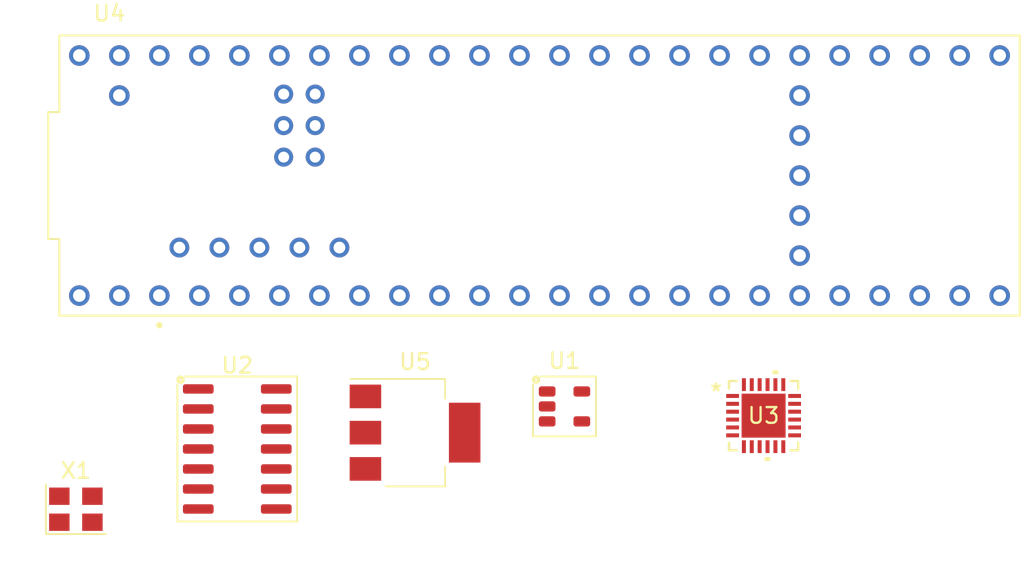
<source format=kicad_pcb>
(kicad_pcb (version 20221018) (generator pcbnew)
  (layers (0 "F.Cu" signal) (31 "B.Cu" signal) (34 "B.Paste" user) (35 "F.Paste" user) (36 "B.SilkS" user "B.Silkscreen") (37 "F.SilkS" user "F.Silkscreen") (38 "B.Mask" user) (39 "F.Mask" user) (44 "Edge.Cuts" user))
  (net 0 "")
  (net 1 "/low pass filter/IN")
  (net 2 "GND")
  (net 3 "Net-(U1-+)")
  (net 4 "Net-(U1--)")
  (net 5 "+3.3VA")
  (net 6 "Net-(U2A--)")
  (net 7 "Net-(U2A-+)")
  (net 8 "Net-(U2B-+)")
  (net 9 "Net-(U2B--)")
  (net 10 "Net-(U2C--)")
  (net 11 "Net-(U2C-+)")
  (net 12 "Net-(U2D-+)")
  (net 13 "/adc/IN_1_B")
  (net 14 "Net-(U3-AREG)")
  (net 15 "Net-(U3-VREF)")
  (net 16 "Net-(U3-MICBIAS)")
  (net 17 "/adc/IN1P")
  (net 18 "/adc/IN1M")
  (net 19 "/adc/IN2P")
  (net 20 "/adc/IN2M")
  (net 21 "/adc/IN3P")
  (net 22 "/adc/IN3M")
  (net 23 "/adc/IN4P")
  (net 25 "/adc/SHDNZ")
  (net 26 "/adc/ADDR1")
  (net 27 "/adc/ADDR0")
  (net 28 "/adc/SCL")
  (net 29 "/adc/SDA")
  (net 30 "+3.3VD")
  (net 31 "/adc/MCLK")
  (net 32 "/adc/SDOUT")
  (net 33 "/adc/BCLK")
  (net 34 "/adc/FSYNC")
  (net 35 "Net-(U3-DREG)")
  (net 36 "Net-(U4-GND-PadGND1)")
  (net 39 "Net-(U4-3.3V-Pad3.3V_1)")
  (net 48 "+5V")
  (net 51 "Net-(U4-USB_GND-PadUSB_GND1)")
  (net 94 "Net-(X1-EN)")
  (net 95 "Net-(X1-OUT)")
  (footprint "TLV320ADC5140:RTW24_4P15X4P15_TEX" (layer "F.Cu") (at 149.352 80.518)
    (fp_text reference "U3" (at 0 0 unlocked) (layer "F.SilkS"))
    (fp_text value "XLV320ADC5140IRTWR")
    (fp_text user "*" (at -3.0099 -1.5 unlocked) (layer "F.SilkS"))
    (fp_text user "*" (at -3.0099 -1.5) (layer "F.SilkS"))
    (fp_line (start -2.1971 -2.1971) (end -2.1971 -1.70974) (stroke (width 0.1524)) (layer "F.SilkS"))
    (fp_line (start -2.1971 1.70974) (end -2.1971 2.1971) (stroke (width 0.1524)) (layer "F.SilkS"))
    (fp_line (start -2.1971 2.1971) (end -1.70974 2.1971) (stroke (width 0.1524)) (layer "F.SilkS"))
    (fp_line (start -1.70974 -2.1971) (end -2.1971 -2.1971) (stroke (width 0.1524)) (layer "F.SilkS"))
    (fp_line (start 1.70974 2.1971) (end 2.1971 2.1971) (stroke (width 0.1524)) (layer "F.SilkS"))
    (fp_line (start 2.1971 -2.1971) (end 1.70974 -2.1971) (stroke (width 0.1524)) (layer "F.SilkS"))
    (fp_line (start 2.1971 -1.70974) (end 2.1971 -2.1971) (stroke (width 0.1524)) (layer "F.SilkS"))
    (fp_line (start 2.1971 2.1971) (end 2.1971 1.70974) (stroke (width 0.1524)) (layer "F.SilkS"))
    (fp_poly (pts (xy 0.059499 2.6289) (xy 0.059499 2.8829) (xy 0.4405 2.8829) (xy 0.4405 2.6289)) (fill solid) (layer "F.SilkS"))
    (fp_poly (pts (xy 0.559501 -2.6289) (xy 0.559501 -2.8829) (xy 0.940501 -2.8829) (xy 0.940501 -2.6289)) (fill solid) (layer "F.SilkS"))
    (pad "1" smd rect (at -1.9685 -1.25 90) (size 0.254 0.8128) (layers "F.Cu" "F.Paste" "F.Mask") (net 5 "+3.3VA"))
    (pad "2" smd rect (at -1.9685 -0.750001 90) (size 0.254 0.8128) (layers "F.Cu" "F.Paste" "F.Mask") (net 14 "Net-(U3-AREG)"))
    (pad "3" smd rect (at -1.9685 -0.25 90) (size 0.254 0.8128) (layers "F.Cu" "F.Paste" "F.Mask") (net 15 "Net-(U3-VREF)"))
    (pad "4" smd rect (at -1.9685 0.25 90) (size 0.254 0.8128) (layers "F.Cu" "F.Paste" "F.Mask") (net 2 "GND"))
    (pad "5" smd rect (at -1.9685 0.750001 90) (size 0.254 0.8128) (layers "F.Cu" "F.Paste" "F.Mask") (net 16 "Net-(U3-MICBIAS)"))
    (pad "6" smd rect (at -1.9685 1.25 90) (size 0.254 0.8128) (layers "F.Cu" "F.Paste" "F.Mask") (net 17 "/adc/IN1P"))
    (pad "7" smd rect (at -1.25 1.9685) (size 0.254 0.8128) (layers "F.Cu" "F.Paste" "F.Mask") (net 18 "/adc/IN1M"))
    (pad "8" smd rect (at -0.750001 1.9685) (size 0.254 0.8128) (layers "F.Cu" "F.Paste" "F.Mask") (net 19 "/adc/IN2P"))
    (pad "9" smd rect (at -0.25 1.9685) (size 0.254 0.8128) (layers "F.Cu" "F.Paste" "F.Mask") (net 20 "/adc/IN2M"))
    (pad "10" smd rect (at 0.25 1.9685) (size 0.254 0.8128) (layers "F.Cu" "F.Paste" "F.Mask") (net 21 "/adc/IN3P"))
    (pad "11" smd rect (at 0.750001 1.9685) (size 0.254 0.8128) (layers "F.Cu" "F.Paste" "F.Mask") (net 22 "/adc/IN3M"))
    (pad "12" smd rect (at 1.25 1.9685) (size 0.254 0.8128) (layers "F.Cu" "F.Paste" "F.Mask") (net 23 "/adc/IN4P"))
    (pad "13" smd rect (at 1.9685 1.25 90) (size 0.254 0.8128) (layers "F.Cu" "F.Paste" "F.Mask"))
    (pad "14" smd rect (at 1.9685 0.750001 90) (size 0.254 0.8128) (layers "F.Cu" "F.Paste" "F.Mask") (net 25 "/adc/SHDNZ"))
    (pad "15" smd rect (at 1.9685 0.25 90) (size 0.254 0.8128) (layers "F.Cu" "F.Paste" "F.Mask") (net 26 "/adc/ADDR1"))
    (pad "16" smd rect (at 1.9685 -0.25 90) (size 0.254 0.8128) (layers "F.Cu" "F.Paste" "F.Mask") (net 27 "/adc/ADDR0"))
    (pad "17" smd rect (at 1.9685 -0.750001 90) (size 0.254 0.8128) (layers "F.Cu" "F.Paste" "F.Mask") (net 28 "/adc/SCL"))
    (pad "18" smd rect (at 1.9685 -1.25 90) (size 0.254 0.8128) (layers "F.Cu" "F.Paste" "F.Mask") (net 29 "/adc/SDA"))
    (pad "19" smd rect (at 1.25 -1.9685) (size 0.254 0.8128) (layers "F.Cu" "F.Paste" "F.Mask") (net 30 "+3.3VD"))
    (pad "20" smd rect (at 0.750001 -1.9685) (size 0.254 0.8128) (layers "F.Cu" "F.Paste" "F.Mask") (net 31 "/adc/MCLK"))
    (pad "21" smd rect (at 0.25 -1.9685) (size 0.254 0.8128) (layers "F.Cu" "F.Paste" "F.Mask") (net 32 "/adc/SDOUT"))
    (pad "22" smd rect (at -0.25 -1.9685) (size 0.254 0.8128) (layers "F.Cu" "F.Paste" "F.Mask") (net 33 "/adc/BCLK"))
    (pad "23" smd rect (at -0.750001 -1.9685) (size 0.254 0.8128) (layers "F.Cu" "F.Paste" "F.Mask") (net 34 "/adc/FSYNC"))
    (pad "24" smd rect (at -1.25 -1.9685) (size 0.254 0.8128) (layers "F.Cu" "F.Paste" "F.Mask") (net 35 "Net-(U3-DREG)"))
    (pad "25" smd rect (at 0 0) (size 2.794 2.794) (layers "F.Cu" "F.Mask") (net 2 "GND"))
  )
  (footprint "Oscillator:Oscillator_SMD_Abracon_ASE-4Pin_3.2x2.5mm" (layer "F.Cu") (at 105.698 86.458)
    (fp_text reference "X1" (at 0 -2.45) (layer "F.SilkS"))
    (fp_text value "ASE-xxxMHz")
    (fp_line (start -1.9 -1.575) (end -1.9 1.575) (stroke (width 0.12)) (layer "F.SilkS"))
    (fp_line (start -1.9 1.575) (end 1.9 1.575) (stroke (width 0.12)) (layer "F.SilkS"))
    (pad "1" smd rect (at -1.05 0.825) (size 1.3 1.1) (layers "F.Cu" "F.Paste" "F.Mask") (net 94 "Net-(X1-EN)"))
    (pad "2" smd rect (at 1.05 0.825) (size 1.3 1.1) (layers "F.Cu" "F.Paste" "F.Mask") (net 2 "GND"))
    (pad "3" smd rect (at 1.05 -0.825) (size 1.3 1.1) (layers "F.Cu" "F.Paste" "F.Mask") (net 95 "Net-(X1-OUT)"))
    (pad "4" smd rect (at -1.05 -0.825) (size 1.3 1.1) (layers "F.Cu" "F.Paste" "F.Mask") (net 30 "+3.3VD"))
  )
  (footprint "DEV-16771:MODULE_DEV-16771" (layer "F.Cu") (at 135.128 65.278)
    (fp_text reference "U4" (at -27.305 -10.295) (layer "F.SilkS"))
    (fp_text value "DEV-16771")
    (fp_line (start -31.18 4.03) (end -31.18 -4.03) (stroke (width 0.127)) (layer "F.SilkS"))
    (fp_line (start -30.48 -8.89) (end -30.48 -4.03) (stroke (width 0.127)) (layer "F.SilkS"))
    (fp_line (start -30.48 -8.89) (end 30.48 -8.89) (stroke (width 0.127)) (layer "F.SilkS"))
    (fp_line (start -30.48 -4.03) (end -31.18 -4.03) (stroke (width 0.127)) (layer "F.SilkS"))
    (fp_line (start -30.48 4.03) (end -31.18 4.03) (stroke (width 0.127)) (layer "F.SilkS"))
    (fp_line (start -30.48 8.89) (end -30.48 4.03) (stroke (width 0.127)) (layer "F.SilkS"))
    (fp_line (start 30.48 -8.89) (end 30.48 8.89) (stroke (width 0.127)) (layer "F.SilkS"))
    (fp_line (start 30.48 8.89) (end -30.48 8.89) (stroke (width 0.127)) (layer "F.SilkS"))
    (fp_circle (center -24.13 9.5) (end -24.03 9.5) (stroke (width 0.2)) (fill none) (layer "F.SilkS"))
    (pad "0" thru_hole circle (at -26.67 7.62) (size 1.308 1.308) (drill 0.8) (layers "*.Cu" "*.Mask"))
    (pad "1" thru_hole circle (at -24.13 7.62) (size 1.308 1.308) (drill 0.8) (layers "*.Cu" "*.Mask"))
    (pad "2" thru_hole circle (at -21.59 7.62) (size 1.308 1.308) (drill 0.8) (layers "*.Cu" "*.Mask"))
    (pad "3" thru_hole circle (at -19.05 7.62) (size 1.308 1.308) (drill 0.8) (layers "*.Cu" "*.Mask"))
    (pad "3.3V_1" thru_hole circle (at 6.35 7.62) (size 1.308 1.308) (drill 0.8) (layers "*.Cu" "*.Mask") (net 39 "Net-(U4-3.3V-Pad3.3V_1)"))
    (pad "3.3V_2" thru_hole circle (at -24.13 -7.62) (size 1.308 1.308) (drill 0.8) (layers "*.Cu" "*.Mask") (net 39 "Net-(U4-3.3V-Pad3.3V_1)"))
    (pad "3.3V_3" thru_hole circle (at 16.51 2.54) (size 1.308 1.308) (drill 0.8) (layers "*.Cu" "*.Mask") (net 39 "Net-(U4-3.3V-Pad3.3V_1)"))
    (pad "4" thru_hole circle (at -16.51 7.62) (size 1.308 1.308) (drill 0.8) (layers "*.Cu" "*.Mask"))
    (pad "5" thru_hole circle (at -13.97 7.62) (size 1.308 1.308) (drill 0.8) (layers "*.Cu" "*.Mask"))
    (pad "5V" thru_hole circle (at -22.86 4.57) (size 1.258 1.258) (drill 0.75) (layers "*.Cu" "*.Mask") (net 48 "+5V"))
    (pad "6" thru_hole circle (at -11.43 7.62) (size 1.308 1.308) (drill 0.8) (layers "*.Cu" "*.Mask"))
    (pad "7" thru_hole circle (at -8.89 7.62) (size 1.308 1.308) (drill 0.8) (layers "*.Cu" "*.Mask"))
    (pad "8" thru_hole circle (at -6.35 7.62) (size 1.308 1.308) (drill 0.8) (layers "*.Cu" "*.Mask"))
    (pad "9" thru_hole circle (at -3.81 7.62) (size 1.308 1.308) (drill 0.8) (layers "*.Cu" "*.Mask"))
    (pad "10" thru_hole circle (at -1.27 7.62) (size 1.308 1.308) (drill 0.8) (layers "*.Cu" "*.Mask"))
    (pad "11" thru_hole circle (at 1.27 7.62) (size 1.308 1.308) (drill 0.8) (layers "*.Cu" "*.Mask"))
    (pad "12" thru_hole circle (at 3.81 7.62) (size 1.308 1.308) (drill 0.8) (layers "*.Cu" "*.Mask"))
    (pad "13" thru_hole circle (at 3.81 -7.62) (size 1.308 1.308) (drill 0.8) (layers "*.Cu" "*.Mask"))
    (pad "14" thru_hole circle (at 1.27 -7.62) (size 1.308 1.308) (drill 0.8) (layers "*.Cu" "*.Mask"))
    (pad "15" thru_hole circle (at -1.27 -7.62) (size 1.308 1.308) (drill 0.8) (layers "*.Cu" "*.Mask"))
    (pad "16" thru_hole circle (at -3.81 -7.62) (size 1.308 1.308) (drill 0.8) (layers "*.Cu" "*.Mask"))
    (pad "17" thru_hole circle (at -6.35 -7.62) (size 1.308 1.308) (drill 0.8) (layers "*.Cu" "*.Mask"))
    (pad "18" thru_hole circle (at -8.89 -7.62) (size 1.308 1.308) (drill 0.8) (layers "*.Cu" "*.Mask"))
    (pad "19" thru_hole circle (at -11.43 -7.62) (size 1.308 1.308) (drill 0.8) (layers "*.Cu" "*.Mask"))
    (pad "20" thru_hole circle (at -13.97 -7.62) (size 1.308 1.308) (drill 0.8) (layers "*.Cu" "*.Mask"))
    (pad "21" thru_hole circle (at -16.51 -7.62) (size 1.308 1.308) (drill 0.8) (layers "*.Cu" "*.Mask"))
    (pad "22" thru_hole circle (at -19.05 -7.62) (size 1.308 1.308) (drill 0.8) (layers "*.Cu" "*.Mask"))
    (pad "23" thru_hole circle (at -21.59 -7.62) (size 1.308 1.308) (drill 0.8) (layers "*.Cu" "*.Mask"))
    (pad "24" thru_hole circle (at 8.89 7.62) (size 1.308 1.308) (drill 0.8) (layers "*.Cu" "*.Mask"))
    (pad "25" thru_hole circle (at 11.43 7.62) (size 1.308 1.308) (drill 0.8) (layers "*.Cu" "*.Mask"))
    (pad "26" thru_hole circle (at 13.97 7.62) (size 1.308 1.308) (drill 0.8) (layers "*.Cu" "*.Mask"))
    (pad "27" thru_hole circle (at 16.51 7.62) (size 1.308 1.308) (drill 0.8) (layers "*.Cu" "*.Mask"))
    (pad "28" thru_hole circle (at 19.05 7.62) (size 1.308 1.308) (drill 0.8) (layers "*.Cu" "*.Mask"))
    (pad "29" thru_hole circle (at 21.59 7.62) (size 1.308 1.308) (drill 0.8) (layers "*.Cu" "*.Mask"))
    (pad "30" thru_hole circle (at 24.13 7.62) (size 1.308 1.308) (drill 0.8) (layers "*.Cu" "*.Mask"))
    (pad "31" thru_hole circle (at 26.67 7.62) (size 1.308 1.308) (drill 0.8) (layers "*.Cu" "*.Mask"))
    (pad "32" thru_hole circle (at 29.21 7.62) (size 1.308 1.308) (drill 0.8) (layers "*.Cu" "*.Mask"))
    (pad "33" thru_hole circle (at 29.21 -7.62) (size 1.308 1.308) (drill 0.8) (layers "*.Cu" "*.Mask"))
    (pad "34" thru_hole circle (at 26.67 -7.62) (size 1.308 1.308) (drill 0.8) (layers "*.Cu" "*.Mask"))
    (pad "35" thru_hole circle (at 24.13 -7.62) (size 1.308 1.308) (drill 0.8) (layers "*.Cu" "*.Mask"))
    (pad "36" thru_hole circle (at 21.59 -7.62) (size 1.308 1.308) (drill 0.8) (layers "*.Cu" "*.Mask"))
    (pad "37" thru_hole circle (at 19.05 -7.62) (size 1.308 1.308) (drill 0.8) (layers "*.Cu" "*.Mask"))
    (pad "38" thru_hole circle (at 16.51 -7.62) (size 1.308 1.308) (drill 0.8) (layers "*.Cu" "*.Mask"))
    (pad "39" thru_hole circle (at 13.97 -7.62) (size 1.308 1.308) (drill 0.8) (layers "*.Cu" "*.Mask"))
    (pad "40" thru_hole circle (at 11.43 -7.62) (size 1.308 1.308) (drill 0.8) (layers "*.Cu" "*.Mask"))
    (pad "41" thru_hole circle (at 8.89 -7.62) (size 1.308 1.308) (drill 0.8) (layers "*.Cu" "*.Mask"))
    (pad "D+" thru_hole circle (at -17.78 4.57) (size 1.258 1.258) (drill 0.75) (layers "*.Cu" "*.Mask"))
    (pad "D-" thru_hole circle (at -20.32 4.57) (size 1.258 1.258) (drill 0.75) (layers "*.Cu" "*.Mask"))
    (pad "GND1" thru_hole circle (at -29.21 7.62) (size 1.308 1.308) (drill 0.8) (layers "*.Cu" "*.Mask") (net 36 "Net-(U4-GND-PadGND1)"))
    (pad "GND2" thru_hole circle (at 6.35 -7.62) (size 1.308 1.308) (drill 0.8) (layers "*.Cu" "*.Mask") (net 36 "Net-(U4-GND-PadGND1)"))
    (pad "GND3" thru_hole circle (at -26.67 -7.62) (size 1.308 1.308) (drill 0.8) (layers "*.Cu" "*.Mask") (net 36 "Net-(U4-GND-PadGND1)"))
    (pad "GND4" thru_hole circle (at 16.51 0) (size 1.308 1.308) (drill 0.8) (layers "*.Cu" "*.Mask") (net 36 "Net-(U4-GND-PadGND1)"))
    (pad "GND5" thru_hole circle (at -14.24 -3.17) (size 1.208 1.208) (drill 0.7) (layers "*.Cu" "*.Mask") (net 36 "Net-(U4-GND-PadGND1)"))
    (pad "LED" thru_hole circle (at -16.24 -3.17) (size 1.208 1.208) (drill 0.7) (layers "*.Cu" "*.Mask"))
    (pad "ON/OFF" thru_hole circle (at 16.51 -5.08) (size 1.308 1.308) (drill 0.8) (layers "*.Cu" "*.Mask"))
    (pad "PROGRAM" thru_hole circle (at 16.51 -2.54) (size 1.308 1.308) (drill 0.8) (layers "*.Cu" "*.Mask"))
    (pad "R+" thru_hole circle (at -16.24 -5.17) (size 1.208 1.208) (drill 0.7) (layers "*.Cu" "*.Mask"))
    (pad "R-" thru_hole circle (at -14.24 -5.17) (size 1.208 1.208) (drill 0.7) (layers "*.Cu" "*.Mask"))
    (pad "T+" thru_hole circle (at -14.24 -1.17) (size 1.208 1.208) (drill 0.7) (layers "*.Cu" "*.Mask"))
    (pad "T-" thru_hole circle (at -16.24 -1.17) (size 1.208 1.208) (drill 0.7) (layers "*.Cu" "*.Mask"))
    (pad "USB_GND1" thru_hole circle (at -15.24 4.57) (size 1.258 1.258) (drill 0.75) (layers "*.Cu" "*.Mask") (net 51 "Net-(U4-USB_GND-PadUSB_GND1)"))
    (pad "USB_GND2" thru_hole circle (at -12.7 4.57) (size 1.258 1.258) (drill 0.75) (layers "*.Cu" "*.Mask") (net 51 "Net-(U4-USB_GND-PadUSB_GND1)"))
    (pad "VBAT" thru_hole circle (at 16.51 5.08) (size 1.308 1.308) (drill 0.8) (layers "*.Cu" "*.Mask"))
    (pad "VIN" thru_hole circle (at -29.21 -7.62) (size 1.308 1.308) (drill 0.8) (layers "*.Cu" "*.Mask"))
    (pad "VUSB" thru_hole circle (at -26.67 -5.08) (size 1.308 1.308) (drill 0.8) (layers "*.Cu" "*.Mask"))
  )
  (footprint "Package_SO_AKL:SOIC-14_3.9x8.7mm_P1.27mm" (layer "F.Cu") (at 115.943 82.633)
    (fp_text reference "U2" (at 0 -5.308) (layer "F.SilkS"))
    (fp_text value "AD8648ARZ" hide)
    (fp_line (start -3.8 -4.1) (end -3.8 4.6) (stroke (width 0.12)) (layer "F.SilkS"))
    (fp_line (start -3.8 4.6) (end 3.8 4.6) (stroke (width 0.12)) (layer "F.SilkS"))
    (fp_line (start 3.8 -4.6) (end -3.3 -4.6) (stroke (width 0.12)) (layer "F.SilkS"))
    (fp_line (start 3.8 4.6) (end 3.8 -4.6) (stroke (width 0.12)) (layer "F.SilkS"))
    (fp_circle (center -3.6 -4.4) (end -3.5365 -4.4) (stroke (width 0.2)) (fill none) (layer "F.SilkS"))
    (pad "1" smd roundrect (at -2.475 -3.81) (size 1.95 0.6) (layers "F.Cu" "F.Paste" "F.Mask") (net 6 "Net-(U2A--)"))
    (pad "2" smd roundrect (at -2.475 -2.54) (size 1.95 0.6) (layers "F.Cu" "F.Paste" "F.Mask") (net 6 "Net-(U2A--)"))
    (pad "3" smd roundrect (at -2.475 -1.27) (size 1.95 0.6) (layers "F.Cu" "F.Paste" "F.Mask") (net 7 "Net-(U2A-+)"))
    (pad "4" smd roundrect (at -2.475 0) (size 1.95 0.6) (layers "F.Cu" "F.Paste" "F.Mask") (net 5 "+3.3VA"))
    (pad "5" smd roundrect (at -2.475 1.27) (size 1.95 0.6) (layers "F.Cu" "F.Paste" "F.Mask") (net 8 "Net-(U2B-+)"))
    (pad "6" smd roundrect (at -2.475 2.54) (size 1.95 0.6) (layers "F.Cu" "F.Paste" "F.Mask") (net 9 "Net-(U2B--)"))
    (pad "7" smd roundrect (at -2.475 3.81) (size 1.95 0.6) (layers "F.Cu" "F.Paste" "F.Mask") (net 9 "Net-(U2B--)"))
    (pad "8" smd roundrect (at 2.475 3.81) (size 1.95 0.6) (layers "F.Cu" "F.Paste" "F.Mask") (net 10 "Net-(U2C--)"))
    (pad "9" smd roundrect (at 2.475 2.54) (size 1.95 0.6) (layers "F.Cu" "F.Paste" "F.Mask") (net 10 "Net-(U2C--)"))
    (pad "10" smd roundrect (at 2.475 1.27) (size 1.95 0.6) (layers "F.Cu" "F.Paste" "F.Mask") (net 11 "Net-(U2C-+)"))
    (pad "11" smd roundrect (at 2.475 0) (size 1.95 0.6) (layers "F.Cu" "F.Paste" "F.Mask") (net 2 "GND"))
    (pad "12" smd roundrect (at 2.475 -1.27) (size 1.95 0.6) (layers "F.Cu" "F.Paste" "F.Mask") (net 12 "Net-(U2D-+)"))
    (pad "13" smd roundrect (at 2.475 -2.54) (size 1.95 0.6) (layers "F.Cu" "F.Paste" "F.Mask") (net 13 "/adc/IN_1_B"))
    (pad "14" smd roundrect (at 2.475 -3.81) (size 1.95 0.6) (layers "F.Cu" "F.Paste" "F.Mask") (net 13 "/adc/IN_1_B"))
  )
  (footprint "Package_TO_SOT_SMD:SOT-223-3_TabPin2" (layer "F.Cu") (at 127.228 81.598)
    (fp_text reference "U5" (at 0 -4.5) (layer "F.SilkS"))
    (fp_text value "LT1963AxST-3.3")
    (fp_line (start -4.1 -3.41) (end 1.91 -3.41) (stroke (width 0.12)) (layer "F.SilkS"))
    (fp_line (start -1.85 3.41) (end 1.91 3.41) (stroke (width 0.12)) (layer "F.SilkS"))
    (fp_line (start 1.91 -3.41) (end 1.91 -2.15) (stroke (width 0.12)) (layer "F.SilkS"))
    (fp_line (start 1.91 3.41) (end 1.91 2.15) (stroke (width 0.12)) (layer "F.SilkS"))
    (pad "1" smd rect (at -3.15 -2.3) (size 2 1.5) (layers "F.Cu" "F.Paste" "F.Mask") (net 48 "+5V"))
    (pad "2" smd rect (at -3.15 0) (size 2 1.5) (layers "F.Cu" "F.Paste" "F.Mask") (net 2 "GND"))
    (pad "2" smd rect (at 3.15 0) (size 2 3.8) (layers "F.Cu" "F.Paste" "F.Mask") (net 2 "GND"))
    (pad "3" smd rect (at -3.15 2.3) (size 2 1.5) (layers "F.Cu" "F.Paste" "F.Mask") (net 5 "+3.3VA"))
  )
  (footprint "Package_TO_SOT_SMD_AKL:SOT-23-5" (layer "F.Cu") (at 136.713 79.933)
    (fp_text reference "U1" (at 0 -2.9) (layer "F.SilkS"))
    (fp_text value "AD8541ARTZ" hide)
    (fp_line (start -2 -1.4) (end -2 1.9) (stroke (width 0.12)) (layer "F.SilkS"))
    (fp_line (start -2 1.9) (end 2 1.9) (stroke (width 0.12)) (layer "F.SilkS"))
    (fp_line (start 2 -1.9) (end -1.5 -1.9) (stroke (width 0.12)) (layer "F.SilkS"))
    (fp_line (start 2 1.9) (end 2 -1.9) (stroke (width 0.12)) (layer "F.SilkS"))
    (fp_circle (center -1.8 -1.7) (end -1.7365 -1.7) (stroke (width 0.2)) (fill none) (layer "F.SilkS"))
    (pad "1" smd roundrect (at -1.1 -0.95) (size 1.06 0.65) (layers "F.Cu" "F.Paste" "F.Mask") (net 1 "/low pass filter/IN"))
    (pad "2" smd roundrect (at -1.1 0) (size 1.06 0.65) (layers "F.Cu" "F.Paste" "F.Mask") (net 2 "GND"))
    (pad "3" smd roundrect (at -1.1 0.95) (size 1.06 0.65) (layers "F.Cu" "F.Paste" "F.Mask") (net 3 "Net-(U1-+)"))
    (pad "4" smd roundrect (at 1.1 0.95) (size 1.06 0.65) (layers "F.Cu" "F.Paste" "F.Mask") (net 4 "Net-(U1--)"))
    (pad "5" smd roundrect (at 1.1 -0.95) (size 1.06 0.65) (layers "F.Cu" "F.Paste" "F.Mask") (net 5 "+3.3VA"))
  )
)
</source>
